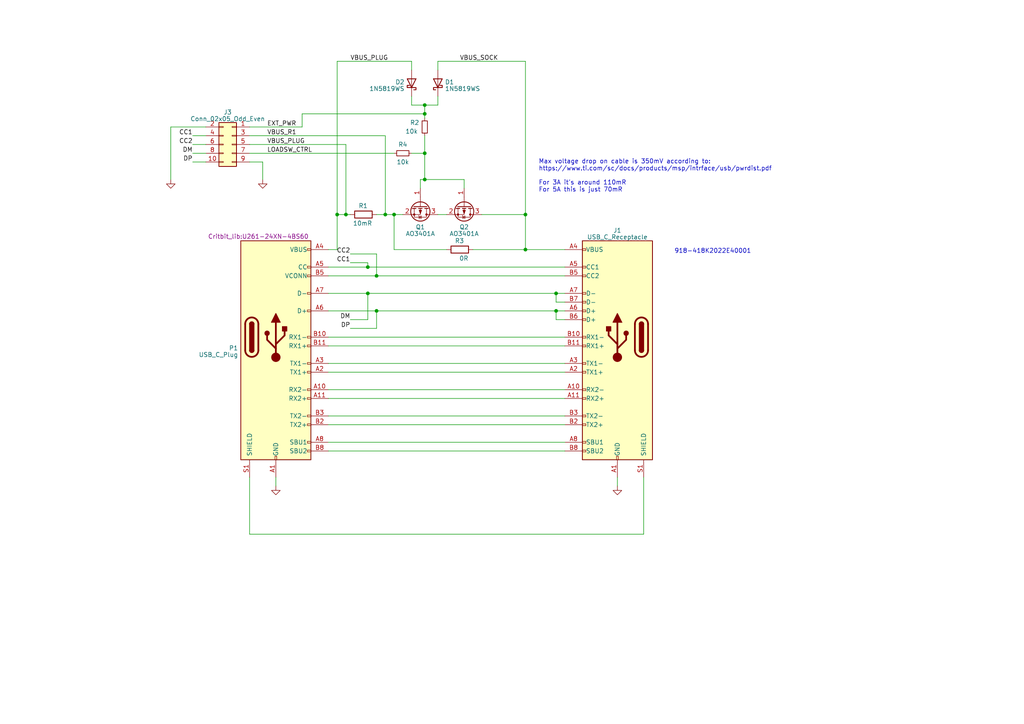
<source format=kicad_sch>
(kicad_sch (version 20230121) (generator eeschema)
  (paper "A4")
  (lib_symbols
    (symbol "Connector:USB_C_Plug" (pin_names (offset 1.016))
      (property "Reference" "P" (at -10.16 29.21 0))
      (property "Value" "USB_C_Plug" (at 10.16 29.21 0))
      (symbol "USB_C_Plug_0_0"
        (rectangle (start -0.254 -35.56) (end 0.254 -34.544))
        (rectangle (start 10.16 -32.766) (end 9.144 -33.274))
        (rectangle (start 10.16 -30.226) (end 9.144 -30.734))
        (rectangle (start 10.16 -25.146) (end 9.144 -25.654))
        (rectangle (start 10.16 -22.606) (end 9.144 -23.114))
        (rectangle (start 10.16 -17.526) (end 9.144 -18.034))
        (rectangle (start 10.16 -14.986) (end 9.144 -15.494))
        (rectangle (start 10.16 -9.906) (end 9.144 -10.414))
        (rectangle (start 10.16 -7.366) (end 9.144 -7.874))
        (rectangle (start 10.16 -2.286) (end 9.144 -2.794))
        (rectangle (start 10.16 0.254) (end 9.144 -0.254))
        (rectangle (start 10.16 7.874) (end 9.144 7.366))
        (rectangle (start 10.16 12.954) (end 9.144 12.446))
        (rectangle (start 10.16 18.034) (end 9.144 17.526))
        (rectangle (start 10.16 20.574) (end 9.144 20.066))
        (rectangle (start 10.16 25.654) (end 9.144 25.146))
      )
      (symbol "USB_C_Plug_0_1"
        (rectangle (start -10.16 27.94) (end 10.16 -35.56) (stroke (width 0.254)) (fill (type background)))
        (arc (start -8.89 -3.81) (mid -6.985 -5.7067) (end -5.08 -3.81) (stroke (width 0.508)))
        (arc (start -7.62 -3.81) (mid -6.985 -4.4423) (end -6.35 -3.81) (stroke (width 0.254)))
        (arc (start -7.62 -3.81) (mid -6.985 -4.4423) (end -6.35 -3.81) (stroke (width 0.254)) (fill (type outline)))
        (rectangle (start -7.62 -3.81) (end -6.35 3.81) (stroke (width 0.254)) (fill (type outline)))
        (arc (start -6.35 3.81) (mid -6.985 4.4423) (end -7.62 3.81) (stroke (width 0.254)))
        (arc (start -6.35 3.81) (mid -6.985 4.4423) (end -7.62 3.81) (stroke (width 0.254)) (fill (type outline)))
        (arc (start -5.08 3.81) (mid -6.985 5.7067) (end -8.89 3.81) (stroke (width 0.508)))
        (polyline (pts (xy -8.89 -3.81) (xy -8.89 3.81)) (stroke (width 0.508)))
        (polyline (pts (xy -5.08 3.81) (xy -5.08 -3.81)) (stroke (width 0.508)))
      )
      (symbol "USB_C_Plug_1_1"
        (circle (center -2.54 1.143) (radius 0.635) (stroke (width 0.254)) (fill (type outline)))
        (circle (center 0 -5.842) (radius 1.27) (fill (type outline)))
        (polyline (pts (xy 0 -5.842) (xy 0 4.318)) (stroke (width 0.508)))
        (polyline (pts (xy 0 -3.302) (xy -2.54 -0.762) (xy -2.54 0.508)) (stroke (width 0.508)))
        (polyline (pts (xy 0 -2.032) (xy 2.54 0.508) (xy 2.54 1.778)) (stroke (width 0.508)))
        (polyline (pts (xy -1.27 4.318) (xy 0 6.858) (xy 1.27 4.318) (xy -1.27 4.318)) (stroke (width 0.254)) (fill (type outline)))
        (rectangle (start 1.905 1.778) (end 3.175 3.048) (stroke (width 0.254)) (fill (type outline)))
        (pin passive line (at 0 -40.64 90) (length 5.08) (name "GND") (number "A1"))
        (pin bidirectional line (at 15.24 -15.24 180) (length 5.08) (name "RX2-") (number "A10"))
        (pin bidirectional line (at 15.24 -17.78 180) (length 5.08) (name "RX2+") (number "A11"))
        (pin passive line (at 0 -40.64 90) (length 5.08) hide (name "GND") (number "A12"))
        (pin bidirectional line (at 15.24 -10.16 180) (length 5.08) (name "TX1+") (number "A2"))
        (pin bidirectional line (at 15.24 -7.62 180) (length 5.08) (name "TX1-") (number "A3"))
        (pin passive line (at 15.24 25.4 180) (length 5.08) (name "VBUS") (number "A4"))
        (pin bidirectional line (at 15.24 20.32 180) (length 5.08) (name "CC") (number "A5"))
        (pin bidirectional line (at 15.24 7.62 180) (length 5.08) (name "D+") (number "A6"))
        (pin bidirectional line (at 15.24 12.7 180) (length 5.08) (name "D-") (number "A7"))
        (pin bidirectional line (at 15.24 -30.48 180) (length 5.08) (name "SBU1") (number "A8"))
        (pin passive line (at 15.24 25.4 180) (length 5.08) hide (name "VBUS") (number "A9"))
        (pin passive line (at 0 -40.64 90) (length 5.08) hide (name "GND") (number "B1"))
        (pin bidirectional line (at 15.24 0 180) (length 5.08) (name "RX1-") (number "B10"))
        (pin bidirectional line (at 15.24 -2.54 180) (length 5.08) (name "RX1+") (number "B11"))
        (pin passive line (at 0 -40.64 90) (length 5.08) hide (name "GND") (number "B12"))
        (pin bidirectional line (at 15.24 -25.4 180) (length 5.08) (name "TX2+") (number "B2"))
        (pin bidirectional line (at 15.24 -22.86 180) (length 5.08) (name "TX2-") (number "B3"))
        (pin passive line (at 15.24 25.4 180) (length 5.08) hide (name "VBUS") (number "B4"))
        (pin bidirectional line (at 15.24 17.78 180) (length 5.08) (name "VCONN") (number "B5"))
        (pin bidirectional line (at 15.24 -33.02 180) (length 5.08) (name "SBU2") (number "B8"))
        (pin passive line (at 15.24 25.4 180) (length 5.08) hide (name "VBUS") (number "B9"))
        (pin passive line (at -7.62 -40.64 90) (length 5.08) (name "SHIELD") (number "S1"))
      )
    )
    (symbol "Connector:USB_C_Receptacle" (pin_names (offset 1.016))
      (property "Reference" "J" (at -10.16 29.21 0))
      (property "Value" "USB_C_Receptacle" (at 10.16 29.21 0))
      (symbol "USB_C_Receptacle_0_0"
        (rectangle (start -0.254 -35.56) (end 0.254 -34.544))
        (rectangle (start 10.16 -32.766) (end 9.144 -33.274))
        (rectangle (start 10.16 -30.226) (end 9.144 -30.734))
        (rectangle (start 10.16 -25.146) (end 9.144 -25.654))
        (rectangle (start 10.16 -22.606) (end 9.144 -23.114))
        (rectangle (start 10.16 -17.526) (end 9.144 -18.034))
        (rectangle (start 10.16 -14.986) (end 9.144 -15.494))
        (rectangle (start 10.16 -9.906) (end 9.144 -10.414))
        (rectangle (start 10.16 -7.366) (end 9.144 -7.874))
        (rectangle (start 10.16 -2.286) (end 9.144 -2.794))
        (rectangle (start 10.16 0.254) (end 9.144 -0.254))
        (rectangle (start 10.16 5.334) (end 9.144 4.826))
        (rectangle (start 10.16 7.874) (end 9.144 7.366))
        (rectangle (start 10.16 10.414) (end 9.144 9.906))
        (rectangle (start 10.16 12.954) (end 9.144 12.446))
        (rectangle (start 10.16 18.034) (end 9.144 17.526))
        (rectangle (start 10.16 20.574) (end 9.144 20.066))
        (rectangle (start 10.16 25.654) (end 9.144 25.146))
      )
      (symbol "USB_C_Receptacle_0_1"
        (rectangle (start -10.16 27.94) (end 10.16 -35.56) (stroke (width 0.254)) (fill (type background)))
        (arc (start -8.89 -3.81) (mid -6.985 -5.7067) (end -5.08 -3.81) (stroke (width 0.508)))
        (arc (start -7.62 -3.81) (mid -6.985 -4.4423) (end -6.35 -3.81) (stroke (width 0.254)))
        (arc (start -7.62 -3.81) (mid -6.985 -4.4423) (end -6.35 -3.81) (stroke (width 0.254)) (fill (type outline)))
        (rectangle (start -7.62 -3.81) (end -6.35 3.81) (stroke (width 0.254)) (fill (type outline)))
        (arc (start -6.35 3.81) (mid -6.985 4.4423) (end -7.62 3.81) (stroke (width 0.254)))
        (arc (start -6.35 3.81) (mid -6.985 4.4423) (end -7.62 3.81) (stroke (width 0.254)) (fill (type outline)))
        (arc (start -5.08 3.81) (mid -6.985 5.7067) (end -8.89 3.81) (stroke (width 0.508)))
        (polyline (pts (xy -8.89 -3.81) (xy -8.89 3.81)) (stroke (width 0.508)))
        (polyline (pts (xy -5.08 3.81) (xy -5.08 -3.81)) (stroke (width 0.508)))
      )
      (symbol "USB_C_Receptacle_1_1"
        (circle (center -2.54 1.143) (radius 0.635) (stroke (width 0.254)) (fill (type outline)))
        (circle (center 0 -5.842) (radius 1.27) (fill (type outline)))
        (polyline (pts (xy 0 -5.842) (xy 0 4.318)) (stroke (width 0.508)))
        (polyline (pts (xy 0 -3.302) (xy -2.54 -0.762) (xy -2.54 0.508)) (stroke (width 0.508)))
        (polyline (pts (xy 0 -2.032) (xy 2.54 0.508) (xy 2.54 1.778)) (stroke (width 0.508)))
        (polyline (pts (xy -1.27 4.318) (xy 0 6.858) (xy 1.27 4.318) (xy -1.27 4.318)) (stroke (width 0.254)) (fill (type outline)))
        (rectangle (start 1.905 1.778) (end 3.175 3.048) (stroke (width 0.254)) (fill (type outline)))
        (pin passive line (at 0 -40.64 90) (length 5.08) (name "GND") (number "A1"))
        (pin bidirectional line (at 15.24 -15.24 180) (length 5.08) (name "RX2-") (number "A10"))
        (pin bidirectional line (at 15.24 -17.78 180) (length 5.08) (name "RX2+") (number "A11"))
        (pin passive line (at 0 -40.64 90) (length 5.08) hide (name "GND") (number "A12"))
        (pin bidirectional line (at 15.24 -10.16 180) (length 5.08) (name "TX1+") (number "A2"))
        (pin bidirectional line (at 15.24 -7.62 180) (length 5.08) (name "TX1-") (number "A3"))
        (pin passive line (at 15.24 25.4 180) (length 5.08) (name "VBUS") (number "A4"))
        (pin bidirectional line (at 15.24 20.32 180) (length 5.08) (name "CC1") (number "A5"))
        (pin bidirectional line (at 15.24 7.62 180) (length 5.08) (name "D+") (number "A6"))
        (pin bidirectional line (at 15.24 12.7 180) (length 5.08) (name "D-") (number "A7"))
        (pin bidirectional line (at 15.24 -30.48 180) (length 5.08) (name "SBU1") (number "A8"))
        (pin passive line (at 15.24 25.4 180) (length 5.08) hide (name "VBUS") (number "A9"))
        (pin passive line (at 0 -40.64 90) (length 5.08) hide (name "GND") (number "B1"))
        (pin bidirectional line (at 15.24 0 180) (length 5.08) (name "RX1-") (number "B10"))
        (pin bidirectional line (at 15.24 -2.54 180) (length 5.08) (name "RX1+") (number "B11"))
        (pin passive line (at 0 -40.64 90) (length 5.08) hide (name "GND") (number "B12"))
        (pin bidirectional line (at 15.24 -25.4 180) (length 5.08) (name "TX2+") (number "B2"))
        (pin bidirectional line (at 15.24 -22.86 180) (length 5.08) (name "TX2-") (number "B3"))
        (pin passive line (at 15.24 25.4 180) (length 5.08) hide (name "VBUS") (number "B4"))
        (pin bidirectional line (at 15.24 17.78 180) (length 5.08) (name "CC2") (number "B5"))
        (pin bidirectional line (at 15.24 5.08 180) (length 5.08) (name "D+") (number "B6"))
        (pin bidirectional line (at 15.24 10.16 180) (length 5.08) (name "D-") (number "B7"))
        (pin bidirectional line (at 15.24 -33.02 180) (length 5.08) (name "SBU2") (number "B8"))
        (pin passive line (at 15.24 25.4 180) (length 5.08) hide (name "VBUS") (number "B9"))
        (pin passive line (at -7.62 -40.64 90) (length 5.08) (name "SHIELD") (number "S1"))
      )
    )
    (symbol "Connector_Generic:Conn_02x05_Odd_Even" (pin_names (offset 1.016) hide)
      (property "Reference" "J" (at 1.27 7.62 0))
      (property "Value" "Conn_02x05_Odd_Even" (at 1.27 -7.62 0))
      (symbol "Conn_02x05_Odd_Even_1_1"
        (rectangle (start -1.27 -4.953) (end 0 -5.207) (stroke (width 0.1524)))
        (rectangle (start -1.27 -2.413) (end 0 -2.667) (stroke (width 0.1524)))
        (rectangle (start -1.27 0.127) (end 0 -0.127) (stroke (width 0.1524)))
        (rectangle (start -1.27 2.667) (end 0 2.413) (stroke (width 0.1524)))
        (rectangle (start -1.27 5.207) (end 0 4.953) (stroke (width 0.1524)))
        (rectangle (start -1.27 6.35) (end 3.81 -6.35) (stroke (width 0.254)) (fill (type background)))
        (rectangle (start 3.81 -4.953) (end 2.54 -5.207) (stroke (width 0.1524)))
        (rectangle (start 3.81 -2.413) (end 2.54 -2.667) (stroke (width 0.1524)))
        (rectangle (start 3.81 0.127) (end 2.54 -0.127) (stroke (width 0.1524)))
        (rectangle (start 3.81 2.667) (end 2.54 2.413) (stroke (width 0.1524)))
        (rectangle (start 3.81 5.207) (end 2.54 4.953) (stroke (width 0.1524)))
        (pin passive line (at -5.08 5.08 0) (length 3.81) (name "Pin_1") (number "1"))
        (pin passive line (at 7.62 -5.08 180) (length 3.81) (name "Pin_10") (number "10"))
        (pin passive line (at 7.62 5.08 180) (length 3.81) (name "Pin_2") (number "2"))
        (pin passive line (at -5.08 2.54 0) (length 3.81) (name "Pin_3") (number "3"))
        (pin passive line (at 7.62 2.54 180) (length 3.81) (name "Pin_4") (number "4"))
        (pin passive line (at -5.08 0 0) (length 3.81) (name "Pin_5") (number "5"))
        (pin passive line (at 7.62 0 180) (length 3.81) (name "Pin_6") (number "6"))
        (pin passive line (at -5.08 -2.54 0) (length 3.81) (name "Pin_7") (number "7"))
        (pin passive line (at 7.62 -2.54 180) (length 3.81) (name "Pin_8") (number "8"))
        (pin passive line (at -5.08 -5.08 0) (length 3.81) (name "Pin_9") (number "9"))
      )
    )
    (symbol "Device:D_Schottky" (pin_numbers hide) (pin_names (offset 1.016) hide)
      (property "Reference" "D" (at 0 2.54 0))
      (property "Value" "D_Schottky" (at 0 -2.54 0))
      (symbol "D_Schottky_0_1"
        (polyline (pts (xy 1.27 0) (xy -1.27 0)))
        (polyline (pts (xy 1.27 1.27) (xy 1.27 -1.27) (xy -1.27 0) (xy 1.27 1.27)) (stroke (width 0.254)))
        (polyline (pts (xy -1.905 0.635) (xy -1.905 1.27) (xy -1.27 1.27) (xy -1.27 -1.27) (xy -0.635 -1.27) (xy -0.635 -0.635)) (stroke (width 0.254)))
      )
      (symbol "D_Schottky_1_1"
        (pin passive line (at -3.81 0 0) (length 2.54) (name "K") (number "1"))
        (pin passive line (at 3.81 0 180) (length 2.54) (name "A") (number "2"))
      )
    )
    (symbol "Device:R" (pin_numbers hide) (pin_names (offset 0))
      (property "Reference" "R" (at 2.032 0 90))
      (property "Value" "R" (at 0 0 90))
      (symbol "R_0_1"
        (rectangle (start -1.016 -2.54) (end 1.016 2.54) (stroke (width 0.254)))
      )
      (symbol "R_1_1"
        (pin passive line (at 0 3.81 270) (length 1.27) (name "~") (number "1"))
        (pin passive line (at 0 -3.81 90) (length 1.27) (name "~") (number "2"))
      )
    )
    (symbol "Device:R_Small" (pin_numbers hide) (pin_names (offset 0.254) hide)
      (property "Reference" "R" (at 0.762 0.508 0))
      (property "Value" "R_Small" (at 0.762 -1.016 0))
      (symbol "R_Small_0_1"
        (rectangle (start -0.762 1.778) (end 0.762 -1.778) (stroke (width 0.2032)))
      )
      (symbol "R_Small_1_1"
        (pin passive line (at 0 2.54 270) (length 0.762) (name "~") (number "1"))
        (pin passive line (at 0 -2.54 90) (length 0.762) (name "~") (number "2"))
      )
    )
    (symbol "Transistor_FET:AO3401A" (pin_names hide)
      (property "Reference" "Q" (at 5.08 1.905 0))
      (property "Value" "AO3401A" (at 5.08 0 0))
      (symbol "AO3401A_0_1"
        (polyline (pts (xy 0.254 0) (xy -2.54 0)))
        (polyline (pts (xy 0.254 1.905) (xy 0.254 -1.905)) (stroke (width 0.254)))
        (polyline (pts (xy 0.762 -1.27) (xy 0.762 -2.286)) (stroke (width 0.254)))
        (polyline (pts (xy 0.762 0.508) (xy 0.762 -0.508)) (stroke (width 0.254)))
        (polyline (pts (xy 0.762 2.286) (xy 0.762 1.27)) (stroke (width 0.254)))
        (polyline (pts (xy 2.54 2.54) (xy 2.54 1.778)))
        (polyline (pts (xy 2.54 -2.54) (xy 2.54 0) (xy 0.762 0)))
        (polyline (pts (xy 0.762 1.778) (xy 3.302 1.778) (xy 3.302 -1.778) (xy 0.762 -1.778)))
        (polyline (pts (xy 2.286 0) (xy 1.27 0.381) (xy 1.27 -0.381) (xy 2.286 0)) (fill (type outline)))
        (polyline (pts (xy 2.794 -0.508) (xy 2.921 -0.381) (xy 3.683 -0.381) (xy 3.81 -0.254)))
        (polyline (pts (xy 3.302 -0.381) (xy 2.921 0.254) (xy 3.683 0.254) (xy 3.302 -0.381)))
        (circle (center 1.651 0) (radius 2.794) (stroke (width 0.254)))
        (circle (center 2.54 -1.778) (radius 0.254) (fill (type outline)))
        (circle (center 2.54 1.778) (radius 0.254) (fill (type outline)))
      )
      (symbol "AO3401A_1_1"
        (pin input line (at -5.08 0 0) (length 2.54) (name "G") (number "1"))
        (pin passive line (at 2.54 -5.08 90) (length 2.54) (name "S") (number "2"))
        (pin passive line (at 2.54 5.08 270) (length 2.54) (name "D") (number "3"))
      )
    )
    (symbol "power:GND" (power) (pin_names (offset 0))
      (property "Value" "GND" (at 0 -3.81 0))
      (symbol "GND_0_1"
        (polyline (pts (xy 0 0) (xy 0 -1.27) (xy 1.27 -1.27) (xy 0 -2.54) (xy -1.27 -1.27) (xy 0 -1.27)))
      )
      (symbol "GND_1_1"
        (pin power_in line (at 0 0 270) (length 0) hide (name "GND") (number "1"))
      )
    )
  )
  (junction (at 106.68 77.47))
  (junction (at 111.76 62.23))
  (junction (at 97.79 62.23))
  (junction (at 123.19 44.45))
  (junction (at 100.33 62.23))
  (junction (at 109.22 80.01))
  (junction (at 152.4 72.39))
  (junction (at 161.29 85.09))
  (junction (at 161.29 90.17))
  (junction (at 123.19 33.02))
  (junction (at 109.22 90.17))
  (junction (at 114.3 62.23))
  (junction (at 106.68 85.09))
  (junction (at 123.19 30.48))
  (junction (at 152.4 62.23))
  (junction (at 123.19 52.07))
  (wire (pts (xy 95.25 128.27) (xy 163.83 128.27)))
  (wire (pts (xy 97.79 72.39) (xy 97.79 62.23)))
  (wire (pts (xy 123.19 30.48) (xy 127 30.48)))
  (wire (pts (xy 127 30.48) (xy 127 27.94)))
  (wire (pts (xy 123.19 52.07) (xy 134.62 52.07)))
  (wire (pts (xy 101.6 95.25) (xy 109.22 95.25)))
  (wire (pts (xy 123.19 33.02) (xy 123.19 34.29)))
  (wire (pts (xy 127 62.23) (xy 129.54 62.23)))
  (wire (pts (xy 114.3 62.23) (xy 116.84 62.23)))
  (wire (pts (xy 95.25 97.79) (xy 163.83 97.79)))
  (wire (pts (xy 114.3 72.39) (xy 129.54 72.39)))
  (wire (pts (xy 111.76 62.23) (xy 114.3 62.23)))
  (wire (pts (xy 161.29 87.63) (xy 161.29 85.09)))
  (wire (pts (xy 109.22 90.17) (xy 161.29 90.17)))
  (wire (pts (xy 109.22 80.01) (xy 109.22 73.66)))
  (wire (pts (xy 119.38 17.78) (xy 119.38 20.32)))
  (wire (pts (xy 123.19 52.07) (xy 121.92 52.07)))
  (wire (pts (xy 95.25 80.01) (xy 109.22 80.01)))
  (wire (pts (xy 161.29 90.17) (xy 163.83 90.17)))
  (wire (pts (xy 106.68 77.47) (xy 163.83 77.47)))
  (wire (pts (xy 72.39 138.43) (xy 72.39 154.94)))
  (wire (pts (xy 95.25 105.41) (xy 163.83 105.41)))
  (wire (pts (xy 114.3 62.23) (xy 114.3 72.39)))
  (wire (pts (xy 152.4 62.23) (xy 139.7 62.23)))
  (wire (pts (xy 152.4 62.23) (xy 152.4 17.78)))
  (wire (pts (xy 100.33 62.23) (xy 100.33 41.91)))
  (wire (pts (xy 95.25 130.81) (xy 163.83 130.81)))
  (wire (pts (xy 109.22 90.17) (xy 109.22 95.25)))
  (wire (pts (xy 161.29 85.09) (xy 163.83 85.09)))
  (wire (pts (xy 100.33 62.23) (xy 101.6 62.23)))
  (wire (pts (xy 76.2 52.07) (xy 76.2 46.99)))
  (wire (pts (xy 109.22 62.23) (xy 111.76 62.23)))
  (wire (pts (xy 95.25 120.65) (xy 163.83 120.65)))
  (wire (pts (xy 161.29 92.71) (xy 161.29 90.17)))
  (wire (pts (xy 127 17.78) (xy 127 20.32)))
  (wire (pts (xy 123.19 30.48) (xy 123.19 33.02)))
  (wire (pts (xy 87.63 36.83) (xy 72.39 36.83)))
  (wire (pts (xy 101.6 73.66) (xy 109.22 73.66)))
  (wire (pts (xy 163.83 87.63) (xy 161.29 87.63)))
  (wire (pts (xy 95.25 100.33) (xy 163.83 100.33)))
  (wire (pts (xy 49.53 36.83) (xy 59.69 36.83)))
  (wire (pts (xy 55.88 44.45) (xy 59.69 44.45)))
  (wire (pts (xy 95.25 72.39) (xy 97.79 72.39)))
  (wire (pts (xy 72.39 39.37) (xy 111.76 39.37)))
  (wire (pts (xy 72.39 44.45) (xy 114.3 44.45)))
  (wire (pts (xy 55.88 41.91) (xy 59.69 41.91)))
  (wire (pts (xy 95.25 123.19) (xy 163.83 123.19)))
  (wire (pts (xy 123.19 44.45) (xy 123.19 52.07)))
  (wire (pts (xy 95.25 85.09) (xy 106.68 85.09)))
  (wire (pts (xy 55.88 46.99) (xy 59.69 46.99)))
  (wire (pts (xy 101.6 92.71) (xy 106.68 92.71)))
  (wire (pts (xy 111.76 39.37) (xy 111.76 62.23)))
  (wire (pts (xy 101.6 76.2) (xy 106.68 76.2)))
  (wire (pts (xy 137.16 72.39) (xy 152.4 72.39)))
  (wire (pts (xy 123.19 33.02) (xy 87.63 33.02)))
  (wire (pts (xy 87.63 33.02) (xy 87.63 36.83)))
  (wire (pts (xy 95.25 107.95) (xy 163.83 107.95)))
  (wire (pts (xy 72.39 154.94) (xy 186.69 154.94)))
  (wire (pts (xy 95.25 77.47) (xy 106.68 77.47)))
  (wire (pts (xy 55.88 39.37) (xy 59.69 39.37)))
  (wire (pts (xy 97.79 17.78) (xy 97.79 62.23)))
  (wire (pts (xy 109.22 80.01) (xy 163.83 80.01)))
  (wire (pts (xy 179.07 138.43) (xy 179.07 140.97)))
  (wire (pts (xy 100.33 41.91) (xy 72.39 41.91)))
  (wire (pts (xy 152.4 17.78) (xy 127 17.78)))
  (wire (pts (xy 97.79 62.23) (xy 100.33 62.23)))
  (wire (pts (xy 119.38 17.78) (xy 97.79 17.78)))
  (wire (pts (xy 80.01 140.97) (xy 80.01 138.43)))
  (wire (pts (xy 186.69 154.94) (xy 186.69 138.43)))
  (wire (pts (xy 95.25 90.17) (xy 109.22 90.17)))
  (wire (pts (xy 106.68 85.09) (xy 106.68 92.71)))
  (wire (pts (xy 119.38 44.45) (xy 123.19 44.45)))
  (wire (pts (xy 119.38 27.94) (xy 119.38 30.48)))
  (wire (pts (xy 106.68 76.2) (xy 106.68 77.47)))
  (wire (pts (xy 123.19 39.37) (xy 123.19 44.45)))
  (wire (pts (xy 49.53 52.07) (xy 49.53 36.83)))
  (wire (pts (xy 152.4 72.39) (xy 152.4 62.23)))
  (wire (pts (xy 119.38 30.48) (xy 123.19 30.48)))
  (wire (pts (xy 106.68 85.09) (xy 161.29 85.09)))
  (wire (pts (xy 163.83 72.39) (xy 152.4 72.39)))
  (wire (pts (xy 95.25 113.03) (xy 163.83 113.03)))
  (wire (pts (xy 95.25 115.57) (xy 163.83 115.57)))
  (wire (pts (xy 121.92 52.07) (xy 121.92 54.61)))
  (wire (pts (xy 134.62 52.07) (xy 134.62 54.61)))
  (wire (pts (xy 72.39 46.99) (xy 76.2 46.99)))
  (wire (pts (xy 163.83 92.71) (xy 161.29 92.71)))
  (text "918-418K2022E40001 " (at 195.58 73.66 0) (effects (font (size 1.27 1.27)) (justify left bottom)))
  (text "Max voltage drop on cable is 350mV according to:\nhttps://www.ti.com/sc/docs/products/msp/intrface/usb/pwrdist.pdf\n\nFor 3A it's around 110mR\nFor 5A this is just 70mR" (at 156.21 55.88 0) (effects (font (size 1.27 1.27)) (justify left bottom)))
  (label "CC1" (at 101.6 76.2 180))
  (label "LOADSW_CTRL" (at 77.47 44.45 0))
  (label "CC2" (at 101.6 73.66 180))
  (label "EXT_PWR" (at 77.47 36.83 0))
  (label "DM" (at 101.6 92.71 180))
  (label "DP" (at 55.88 46.99 180))
  (label "VBUS_R1" (at 77.47 39.37 0))
  (label "DM" (at 55.88 44.45 180))
  (label "VBUS_PLUG" (at 101.6 17.78 0))
  (label "VBUS_PLUG" (at 77.47 41.91 0))
  (label "CC1" (at 55.88 39.37 180))
  (label "CC2" (at 55.88 41.91 180))
  (label "DP" (at 101.6 95.25 180))
  (label "VBUS_SOCK" (at 133.35 17.78 0))
  (symbol (lib_id "Connector:USB_C_Receptacle") (at 179.07 97.79 0) (mirror y) (unit 1)
    (property "Reference" "J1" (at 179.07 66.8401 0))
    (property "Value" "USB_C_Receptacle" (at 179.07 68.7611 0))
    (property "Footprint" "Critbit_lib:918-418K2022E40001" (effects hide))
    (property "Datasheet" "https://www.usb.org/sites/default/files/documents/usb_type-c.zip" (effects hide))
  )
  (symbol (lib_id "Transistor_FET:AO3401A") (at 134.62 59.69 270) (unit 1)
    (property "Reference" "Q2" (at 134.62 65.8575 90))
    (property "Value" "AO3401A" (at 134.62 67.7785 90))
    (property "Footprint" "Package_TO_SOT_SMD:SOT-23" (effects hide))
    (property "Datasheet" "http://www.aosmd.com/pdfs/datasheet/AO3401A.pdf" (effects hide))
  )
  (symbol (lib_id "Connector:USB_C_Plug") (at 80.01 97.79 0) (unit 1)
    (property "Reference" "P1" (at 69.088 100.9563 0) (effects (justify right)))
    (property "Value" "USB_C_Plug" (at 69.088 102.8773 0) (effects (justify right)))
    (property "Footprint" "Critbit_lib:U261-24XN-4BS60" (at 74.93 68.58 0))
    (property "Datasheet" "https://www.usb.org/sites/default/files/documents/usb_type-c.zip" (effects hide))
  )
  (symbol (lib_id "Transistor_FET:AO3401A") (at 121.92 59.69 270) (unit 1)
    (property "Reference" "Q1" (at 121.92 65.8575 90))
    (property "Value" "AO3401A" (at 121.92 67.7785 90))
    (property "Footprint" "Package_TO_SOT_SMD:SOT-23" (effects hide))
    (property "Datasheet" "http://www.aosmd.com/pdfs/datasheet/AO3401A.pdf" (effects hide))
  )
  (symbol (lib_id "Device:D_Schottky") (at 119.38 24.13 270) (mirror x) (unit 1)
    (property "Reference" "D2" (at 117.348 23.8038 90) (effects (justify right)))
    (property "Value" "1N5819WS" (at 117.348 25.7248 90) (effects (justify right)))
    (property "Footprint" "Diode_SMD:D_SOD-323" (effects hide))
  )
  (symbol (lib_id "power:GND") (at 179.07 140.97 0) (unit 1)
    (property "Reference" "#PWR02" (effects hide))
    (property "Value" "GND" (effects hide))
  )
  (symbol (lib_id "power:GND") (at 80.01 140.97 0) (unit 1)
    (property "Reference" "#PWR01" (effects hide))
    (property "Value" "GND" (effects hide))
  )
  (symbol (lib_id "Device:R_Small") (at 123.19 36.83 0) (mirror x) (unit 1)
    (property "Reference" "R2" (at 120.2731 35.56 0))
    (property "Value" "10k" (at 119.38 38.1 0))
    (property "Footprint" "Resistor_SMD:R_0603_1608Metric" (effects hide))
    (property "LCSC" "C25768" (effects hide))
  )
  (symbol (lib_id "Device:D_Schottky") (at 127 24.13 90) (unit 1)
    (property "Reference" "D1" (at 129.032 23.8038 90) (effects (justify right)))
    (property "Value" "1N5819WS" (at 129.032 25.7248 90) (effects (justify right)))
    (property "Footprint" "Diode_SMD:D_SOD-323" (effects hide))
  )
  (symbol (lib_id "Device:R") (at 133.35 72.39 270) (mirror x) (unit 1)
    (property "Reference" "R3" (at 134.62 69.85 90) (effects (justify right)))
    (property "Value" "0R" (at 135.89 74.93 90) (effects (justify right)))
    (property "Footprint" "Resistor_SMD:R_0603_1608Metric" (effects hide))
  )
  (symbol (lib_id "Device:R") (at 105.41 62.23 270) (mirror x) (unit 1)
    (property "Reference" "R1" (at 106.68 59.69 90) (effects (justify right)))
    (property "Value" "10mR" (at 107.95 64.77 90) (effects (justify right)))
    (property "Footprint" "Resistor_SMD:R_1210_3225Metric" (effects hide))
  )
  (symbol (lib_id "power:GND") (at 49.53 52.07 0) (mirror y) (unit 1)
    (property "Reference" "#PWR03" (effects hide))
    (property "Value" "GND" (effects hide))
  )
  (symbol (lib_id "Device:R_Small") (at 116.84 44.45 270) (mirror x) (unit 1)
    (property "Reference" "R4" (at 116.84 41.91 90))
    (property "Value" "10k" (at 116.84 46.99 90))
    (property "Footprint" "Resistor_SMD:R_0603_1608Metric" (effects hide))
    (property "LCSC" "C25768" (effects hide))
  )
  (symbol (lib_id "Connector_Generic:Conn_02x05_Odd_Even") (at 67.31 41.91 0) (mirror y) (unit 1)
    (property "Reference" "J3" (at 66.04 32.5501 0))
    (property "Value" "Conn_02x05_Odd_Even" (at 66.04 34.4711 0))
    (property "Footprint" "Connector_PinHeader_2.00mm:PinHeader_2x05_P2.00mm_Vertical_SMD" (effects hide))
  )
  (symbol (lib_id "power:GND") (at 76.2 52.07 0) (mirror y) (unit 1)
    (property "Reference" "#PWR04" (effects hide))
    (property "Value" "GND" (effects hide))
  )
)
</source>
